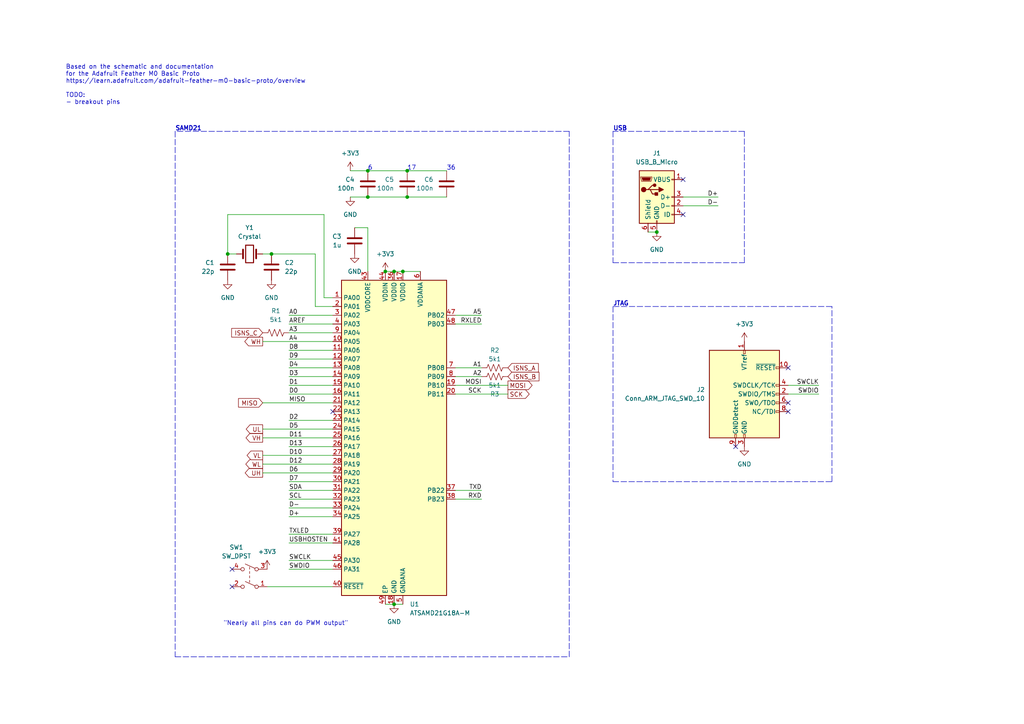
<source format=kicad_sch>
(kicad_sch (version 20211123) (generator eeschema)
  (paper "A4")
  (lib_symbols
    (symbol "Connector:Conn_ARM_JTAG_SWD_10" (pin_names (offset 1.016))
      (property "Reference" "J" (at -2.54 16.51 0))
      (property "Value" "Conn_ARM_JTAG_SWD_10" (at -2.54 13.97 0))
      (symbol "Conn_ARM_JTAG_SWD_10_0_1"
        (rectangle (start -10.16 12.7) (end 10.16 -12.7) (stroke (width 0.254)) (fill (type background)))
        (rectangle (start -2.794 -12.7) (end -2.286 -11.684))
        (rectangle (start -0.254 -12.7) (end 0.254 -11.684))
        (rectangle (start -0.254 12.7) (end 0.254 11.684))
        (rectangle (start 9.144 2.286) (end 10.16 2.794))
        (rectangle (start 10.16 -2.794) (end 9.144 -2.286))
        (rectangle (start 10.16 -0.254) (end 9.144 0.254))
        (rectangle (start 10.16 7.874) (end 9.144 7.366))
      )
      (symbol "Conn_ARM_JTAG_SWD_10_1_1"
        (rectangle (start 9.144 -5.334) (end 10.16 -4.826))
        (pin power_in line (at 0 15.24 270) (length 2.54) (name "VTref") (number "1"))
        (pin open_collector line (at 12.7 7.62 180) (length 2.54) (name "~{RESET}") (number "10"))
        (pin bidirectional line (at 12.7 0 180) (length 2.54) (name "SWDIO/TMS") (number "2"))
        (pin power_in line (at 0 -15.24 90) (length 2.54) (name "GND") (number "3"))
        (pin output line (at 12.7 2.54 180) (length 2.54) (name "SWDCLK/TCK") (number "4"))
        (pin passive line (at 0 -15.24 90) (length 2.54) hide (name "GND") (number "5"))
        (pin input line (at 12.7 -2.54 180) (length 2.54) (name "SWO/TDO") (number "6"))
        (pin no_connect line (at -10.16 0 0) (length 2.54) hide (name "KEY") (number "7"))
        (pin output line (at 12.7 -5.08 180) (length 2.54) (name "NC/TDI") (number "8"))
        (pin passive line (at -2.54 -15.24 90) (length 2.54) (name "GNDDetect") (number "9"))
      )
    )
    (symbol "Connector:USB_B_Micro" (pin_names (offset 1.016))
      (property "Reference" "J" (at -5.08 11.43 0))
      (property "Value" "USB_B_Micro" (at -5.08 8.89 0))
      (symbol "USB_B_Micro_0_1"
        (rectangle (start -5.08 -7.62) (end 5.08 7.62) (stroke (width 0.254)) (fill (type background)))
        (circle (center -3.81 2.159) (radius 0.635) (stroke (width 0.254)) (fill (type outline)))
        (circle (center -0.635 3.429) (radius 0.381) (stroke (width 0.254)) (fill (type outline)))
        (rectangle (start -0.127 -7.62) (end 0.127 -6.858))
        (polyline (pts (xy -1.905 2.159) (xy 0.635 2.159)) (stroke (width 0.254)))
        (polyline (pts (xy -3.175 2.159) (xy -2.54 2.159) (xy -1.27 3.429) (xy -0.635 3.429)) (stroke (width 0.254)))
        (polyline (pts (xy -2.54 2.159) (xy -1.905 2.159) (xy -1.27 0.889) (xy 0 0.889)) (stroke (width 0.254)))
        (polyline (pts (xy 0.635 2.794) (xy 0.635 1.524) (xy 1.905 2.159) (xy 0.635 2.794)) (stroke (width 0.254)) (fill (type outline)))
        (polyline (pts (xy -4.318 5.588) (xy -1.778 5.588) (xy -2.032 4.826) (xy -4.064 4.826) (xy -4.318 5.588)) (fill (type outline)))
        (polyline (pts (xy -4.699 5.842) (xy -4.699 5.588) (xy -4.445 4.826) (xy -4.445 4.572) (xy -1.651 4.572) (xy -1.651 4.826) (xy -1.397 5.588) (xy -1.397 5.842) (xy -4.699 5.842)))
        (rectangle (start 0.254 1.27) (end -0.508 0.508) (stroke (width 0.254)) (fill (type outline)))
        (rectangle (start 5.08 -5.207) (end 4.318 -4.953))
        (rectangle (start 5.08 -2.667) (end 4.318 -2.413))
        (rectangle (start 5.08 -0.127) (end 4.318 0.127))
        (rectangle (start 5.08 4.953) (end 4.318 5.207))
      )
      (symbol "USB_B_Micro_1_1"
        (pin power_out line (at 7.62 5.08 180) (length 2.54) (name "VBUS") (number "1"))
        (pin bidirectional line (at 7.62 -2.54 180) (length 2.54) (name "D-") (number "2"))
        (pin bidirectional line (at 7.62 0 180) (length 2.54) (name "D+") (number "3"))
        (pin passive line (at 7.62 -5.08 180) (length 2.54) (name "ID") (number "4"))
        (pin power_out line (at 0 -10.16 90) (length 2.54) (name "GND") (number "5"))
        (pin passive line (at -2.54 -10.16 90) (length 2.54) (name "Shield") (number "6"))
      )
    )
    (symbol "Device:C" (pin_numbers hide) (pin_names (offset 0.254))
      (property "Reference" "C" (at 0.635 2.54 0))
      (property "Value" "C" (at 0.635 -2.54 0))
      (symbol "C_0_1"
        (polyline (pts (xy -2.032 -0.762) (xy 2.032 -0.762)) (stroke (width 0.508)))
        (polyline (pts (xy -2.032 0.762) (xy 2.032 0.762)) (stroke (width 0.508)))
      )
      (symbol "C_1_1"
        (pin passive line (at 0 3.81 270) (length 2.794) (name "~") (number "1"))
        (pin passive line (at 0 -3.81 90) (length 2.794) (name "~") (number "2"))
      )
    )
    (symbol "Device:Crystal" (pin_numbers hide) (pin_names (offset 1.016) hide)
      (property "Reference" "Y" (at 0 3.81 0))
      (property "Value" "Crystal" (at 0 -3.81 0))
      (symbol "Crystal_0_1"
        (rectangle (start -1.143 2.54) (end 1.143 -2.54) (stroke (width 0.3048)))
        (polyline (pts (xy -2.54 0) (xy -1.905 0)))
        (polyline (pts (xy -1.905 -1.27) (xy -1.905 1.27)) (stroke (width 0.508)))
        (polyline (pts (xy 1.905 -1.27) (xy 1.905 1.27)) (stroke (width 0.508)))
        (polyline (pts (xy 2.54 0) (xy 1.905 0)))
      )
      (symbol "Crystal_1_1"
        (pin passive line (at -3.81 0 0) (length 1.27) (name "1") (number "1"))
        (pin passive line (at 3.81 0 180) (length 1.27) (name "2") (number "2"))
      )
    )
    (symbol "Device:R_US" (pin_numbers hide) (pin_names (offset 0))
      (property "Reference" "R" (at 2.54 0 90))
      (property "Value" "R_US" (at -2.54 0 90))
      (symbol "R_US_0_1"
        (polyline (pts (xy 0 -2.286) (xy 0 -2.54)))
        (polyline (pts (xy 0 2.286) (xy 0 2.54)))
        (polyline (pts (xy 0 -0.762) (xy 1.016 -1.143) (xy 0 -1.524) (xy -1.016 -1.905) (xy 0 -2.286)))
        (polyline (pts (xy 0 0.762) (xy 1.016 0.381) (xy 0 0) (xy -1.016 -0.381) (xy 0 -0.762)))
        (polyline (pts (xy 0 2.286) (xy 1.016 1.905) (xy 0 1.524) (xy -1.016 1.143) (xy 0 0.762)))
      )
      (symbol "R_US_1_1"
        (pin passive line (at 0 3.81 270) (length 1.27) (name "~") (number "1"))
        (pin passive line (at 0 -3.81 90) (length 1.27) (name "~") (number "2"))
      )
    )
    (symbol "MCU_Microchip_SAMD:ATSAMD21G18A-M"
      (property "Reference" "U" (at -13.97 46.99 0))
      (property "Value" "ATSAMD21G18A-M" (at 16.51 46.99 0))
      (symbol "ATSAMD21G18A-M_0_1"
        (rectangle (start -15.24 45.72) (end 15.24 -45.72) (stroke (width 0.254)) (fill (type background)))
      )
      (symbol "ATSAMD21G18A-M_1_1"
        (pin bidirectional line (at -17.78 40.64 0) (length 2.54) (name "PA00") (number "1"))
        (pin bidirectional line (at -17.78 27.94 0) (length 2.54) (name "PA05") (number "10"))
        (pin bidirectional line (at -17.78 25.4 0) (length 2.54) (name "PA06") (number "11"))
        (pin bidirectional line (at -17.78 22.86 0) (length 2.54) (name "PA07") (number "12"))
        (pin bidirectional line (at -17.78 20.32 0) (length 2.54) (name "PA08") (number "13"))
        (pin bidirectional line (at -17.78 17.78 0) (length 2.54) (name "PA09") (number "14"))
        (pin bidirectional line (at -17.78 15.24 0) (length 2.54) (name "PA10") (number "15"))
        (pin bidirectional line (at -17.78 12.7 0) (length 2.54) (name "PA11") (number "16"))
        (pin power_in line (at 2.54 48.26 270) (length 2.54) (name "VDDIO") (number "17"))
        (pin power_in line (at 0 -48.26 90) (length 2.54) (name "GND") (number "18"))
        (pin bidirectional line (at 17.78 15.24 180) (length 2.54) (name "PB10") (number "19"))
        (pin bidirectional line (at -17.78 38.1 0) (length 2.54) (name "PA01") (number "2"))
        (pin bidirectional line (at 17.78 12.7 180) (length 2.54) (name "PB11") (number "20"))
        (pin bidirectional line (at -17.78 10.16 0) (length 2.54) (name "PA12") (number "21"))
        (pin bidirectional line (at -17.78 7.62 0) (length 2.54) (name "PA13") (number "22"))
        (pin bidirectional line (at -17.78 5.08 0) (length 2.54) (name "PA14") (number "23"))
        (pin bidirectional line (at -17.78 2.54 0) (length 2.54) (name "PA15") (number "24"))
        (pin bidirectional line (at -17.78 0 0) (length 2.54) (name "PA16") (number "25"))
        (pin bidirectional line (at -17.78 -2.54 0) (length 2.54) (name "PA17") (number "26"))
        (pin bidirectional line (at -17.78 -5.08 0) (length 2.54) (name "PA18") (number "27"))
        (pin bidirectional line (at -17.78 -7.62 0) (length 2.54) (name "PA19") (number "28"))
        (pin bidirectional line (at -17.78 -10.16 0) (length 2.54) (name "PA20") (number "29"))
        (pin bidirectional line (at -17.78 35.56 0) (length 2.54) (name "PA02") (number "3"))
        (pin bidirectional line (at -17.78 -12.7 0) (length 2.54) (name "PA21") (number "30"))
        (pin bidirectional line (at -17.78 -15.24 0) (length 2.54) (name "PA22") (number "31"))
        (pin bidirectional line (at -17.78 -17.78 0) (length 2.54) (name "PA23") (number "32"))
        (pin bidirectional line (at -17.78 -20.32 0) (length 2.54) (name "PA24") (number "33"))
        (pin bidirectional line (at -17.78 -22.86 0) (length 2.54) (name "PA25") (number "34"))
        (pin passive line (at 0 -48.26 90) (length 2.54) hide (name "GND") (number "35"))
        (pin power_in line (at 0 48.26 270) (length 2.54) (name "VDDIO") (number "36"))
        (pin bidirectional line (at 17.78 -15.24 180) (length 2.54) (name "PB22") (number "37"))
        (pin bidirectional line (at 17.78 -17.78 180) (length 2.54) (name "PB23") (number "38"))
        (pin bidirectional line (at -17.78 -27.94 0) (length 2.54) (name "PA27") (number "39"))
        (pin bidirectional line (at -17.78 33.02 0) (length 2.54) (name "PA03") (number "4"))
        (pin input line (at -17.78 -43.18 0) (length 2.54) (name "~{RESET}") (number "40"))
        (pin bidirectional line (at -17.78 -30.48 0) (length 2.54) (name "PA28") (number "41"))
        (pin passive line (at 0 -48.26 90) (length 2.54) hide (name "GND") (number "42"))
        (pin power_out line (at -7.62 48.26 270) (length 2.54) (name "VDDCORE") (number "43"))
        (pin power_in line (at -2.54 48.26 270) (length 2.54) (name "VDDIN") (number "44"))
        (pin bidirectional line (at -17.78 -35.56 0) (length 2.54) (name "PA30") (number "45"))
        (pin bidirectional line (at -17.78 -38.1 0) (length 2.54) (name "PA31") (number "46"))
        (pin bidirectional line (at 17.78 35.56 180) (length 2.54) (name "PB02") (number "47"))
        (pin bidirectional line (at 17.78 33.02 180) (length 2.54) (name "PB03") (number "48"))
        (pin passive line (at -2.54 -48.26 90) (length 2.54) (name "EP") (number "49"))
        (pin power_in line (at 2.54 -48.26 90) (length 2.54) (name "GNDANA") (number "5"))
        (pin power_in line (at 7.62 48.26 270) (length 2.54) (name "VDDANA") (number "6"))
        (pin bidirectional line (at 17.78 20.32 180) (length 2.54) (name "PB08") (number "7"))
        (pin bidirectional line (at 17.78 17.78 180) (length 2.54) (name "PB09") (number "8"))
        (pin bidirectional line (at -17.78 30.48 0) (length 2.54) (name "PA04") (number "9"))
      )
    )
    (symbol "Switch:SW_DPST" (pin_names (offset 0) hide)
      (property "Reference" "SW" (at 0 5.08 0))
      (property "Value" "SW_DPST" (at 0 -5.08 0))
      (symbol "SW_DPST_0_0"
        (circle (center -2.032 -2.54) (radius 0.508))
        (circle (center -2.032 2.54) (radius 0.508))
        (polyline (pts (xy -1.524 -2.286) (xy 1.27 -1.016)))
        (polyline (pts (xy -1.524 2.794) (xy 1.27 4.064)))
        (polyline (pts (xy 0 -1.27) (xy 0 -0.635)))
        (polyline (pts (xy 0 0) (xy 0 0.635)))
        (polyline (pts (xy 0 1.27) (xy 0 1.905)))
        (polyline (pts (xy 0 2.54) (xy 0 3.175)))
        (circle (center 2.032 -2.54) (radius 0.508))
        (circle (center 2.032 2.54) (radius 0.508))
      )
      (symbol "SW_DPST_1_1"
        (pin passive line (at -5.08 -2.54 0) (length 2.54) (name "1") (number "1"))
        (pin passive line (at 5.08 -2.54 180) (length 2.54) (name "2") (number "2"))
        (pin passive line (at -5.08 2.54 0) (length 2.54) (name "3") (number "3"))
        (pin passive line (at 5.08 2.54 180) (length 2.54) (name "4") (number "4"))
      )
    )
    (symbol "power:+3V3" (power) (pin_names (offset 0))
      (property "Value" "+3V3" (at 0 3.556 0))
      (symbol "+3V3_0_1"
        (polyline (pts (xy -0.762 1.27) (xy 0 2.54)))
        (polyline (pts (xy 0 0) (xy 0 2.54)))
        (polyline (pts (xy 0 2.54) (xy 0.762 1.27)))
      )
      (symbol "+3V3_1_1"
        (pin power_in line (at 0 0 90) (length 0) hide (name "+3V3") (number "1"))
      )
    )
    (symbol "power:GND" (power) (pin_names (offset 0))
      (property "Value" "GND" (at 0 -3.81 0))
      (symbol "GND_0_1"
        (polyline (pts (xy 0 0) (xy 0 -1.27) (xy 1.27 -1.27) (xy 0 -2.54) (xy -1.27 -1.27) (xy 0 -1.27)))
      )
      (symbol "GND_1_1"
        (pin power_in line (at 0 0 270) (length 0) hide (name "GND") (number "1"))
      )
    )
  )
  (junction (at 118.11 49.53))
  (junction (at 114.3 78.74))
  (junction (at 114.3 175.26))
  (junction (at 106.68 49.53))
  (junction (at 106.68 57.15))
  (junction (at 66.04 73.66))
  (junction (at 190.5 67.31))
  (junction (at 78.74 73.66))
  (junction (at 118.11 57.15))
  (junction (at 111.76 78.74))
  (junction (at 116.84 78.74))
  (no_connect (at 198.12 52.07))
  (no_connect (at 96.52 119.38))
  (no_connect (at 198.12 62.23))
  (no_connect (at 213.36 129.54))
  (no_connect (at 67.31 165.1))
  (no_connect (at 67.31 170.18))
  (no_connect (at 228.6 106.68))
  (no_connect (at 228.6 119.38))
  (no_connect (at 228.6 116.84))
  (wire (pts (xy 118.11 49.53) (xy 129.54 49.53)))
  (wire (pts (xy 76.2 137.16) (xy 96.52 137.16)))
  (wire (pts (xy 132.08 93.98) (xy 139.7 93.98)))
  (wire (pts (xy 83.82 101.6) (xy 96.52 101.6)))
  (wire (pts (xy 106.68 57.15) (xy 118.11 57.15)))
  (wire (pts (xy 66.04 73.66) (xy 68.58 73.66)))
  (wire (pts (xy 101.6 57.15) (xy 106.68 57.15)))
  (wire (pts (xy 76.2 132.08) (xy 96.52 132.08)))
  (wire (pts (xy 132.08 111.76) (xy 147.32 111.76)))
  (wire (pts (xy 106.68 49.53) (xy 118.11 49.53)))
  (wire (pts (xy 118.11 57.15) (xy 129.54 57.15)))
  (wire (pts (xy 111.76 78.74) (xy 114.3 78.74)))
  (wire (pts (xy 132.08 144.78) (xy 139.7 144.78)))
  (wire (pts (xy 77.47 170.18) (xy 96.52 170.18)))
  (polyline (pts (xy 165.1 38.1) (xy 50.8 38.1)))
  (wire (pts (xy 139.7 106.68) (xy 132.08 106.68)))
  (wire (pts (xy 76.2 73.66) (xy 78.74 73.66)))
  (wire (pts (xy 83.82 106.68) (xy 96.52 106.68)))
  (wire (pts (xy 114.3 78.74) (xy 116.84 78.74)))
  (wire (pts (xy 208.28 57.15) (xy 198.12 57.15)))
  (wire (pts (xy 93.98 62.23) (xy 66.04 62.23)))
  (wire (pts (xy 76.2 99.06) (xy 96.52 99.06)))
  (wire (pts (xy 132.08 142.24) (xy 139.7 142.24)))
  (wire (pts (xy 83.82 139.7) (xy 96.52 139.7)))
  (wire (pts (xy 76.2 127) (xy 96.52 127)))
  (polyline (pts (xy 241.3 88.9) (xy 177.8 88.9)))
  (wire (pts (xy 83.82 104.14) (xy 96.52 104.14)))
  (wire (pts (xy 96.52 86.36) (xy 93.98 86.36)))
  (polyline (pts (xy 177.8 88.9) (xy 177.8 139.7)))
  (polyline (pts (xy 177.8 76.2) (xy 215.9 76.2)))
  (wire (pts (xy 83.82 154.94) (xy 96.52 154.94)))
  (wire (pts (xy 83.82 109.22) (xy 96.52 109.22)))
  (wire (pts (xy 76.2 124.46) (xy 96.52 124.46)))
  (wire (pts (xy 83.82 96.52) (xy 96.52 96.52)))
  (polyline (pts (xy 215.9 76.2) (xy 215.9 38.1)))
  (wire (pts (xy 139.7 109.22) (xy 132.08 109.22)))
  (wire (pts (xy 83.82 93.98) (xy 96.52 93.98)))
  (polyline (pts (xy 215.9 38.1) (xy 177.8 38.1)))
  (wire (pts (xy 116.84 78.74) (xy 121.92 78.74)))
  (wire (pts (xy 187.96 67.31) (xy 190.5 67.31)))
  (wire (pts (xy 66.04 62.23) (xy 66.04 73.66)))
  (wire (pts (xy 101.6 49.53) (xy 106.68 49.53)))
  (wire (pts (xy 114.3 175.26) (xy 116.84 175.26)))
  (wire (pts (xy 132.08 114.3) (xy 147.32 114.3)))
  (wire (pts (xy 93.98 86.36) (xy 93.98 62.23)))
  (wire (pts (xy 83.82 149.86) (xy 96.52 149.86)))
  (polyline (pts (xy 177.8 38.1) (xy 177.8 76.2)))
  (wire (pts (xy 83.82 91.44) (xy 96.52 91.44)))
  (wire (pts (xy 83.82 144.78) (xy 96.52 144.78)))
  (wire (pts (xy 96.52 88.9) (xy 91.44 88.9)))
  (polyline (pts (xy 50.8 38.1) (xy 50.8 190.5)))
  (wire (pts (xy 83.82 129.54) (xy 96.52 129.54)))
  (wire (pts (xy 83.82 165.1) (xy 96.52 165.1)))
  (wire (pts (xy 83.82 111.76) (xy 96.52 111.76)))
  (wire (pts (xy 83.82 114.3) (xy 96.52 114.3)))
  (wire (pts (xy 83.82 142.24) (xy 96.52 142.24)))
  (wire (pts (xy 76.2 134.62) (xy 96.52 134.62)))
  (wire (pts (xy 83.82 162.56) (xy 96.52 162.56)))
  (wire (pts (xy 228.6 114.3) (xy 237.49 114.3)))
  (polyline (pts (xy 165.1 190.5) (xy 165.1 38.1)))
  (wire (pts (xy 83.82 121.92) (xy 96.52 121.92)))
  (polyline (pts (xy 177.8 139.7) (xy 241.3 139.7)))
  (wire (pts (xy 208.28 59.69) (xy 198.12 59.69)))
  (wire (pts (xy 78.74 73.66) (xy 91.44 73.66)))
  (polyline (pts (xy 50.8 190.5) (xy 165.1 190.5)))
  (wire (pts (xy 83.82 147.32) (xy 96.52 147.32)))
  (wire (pts (xy 83.82 157.48) (xy 96.52 157.48)))
  (wire (pts (xy 76.2 116.84) (xy 96.52 116.84)))
  (wire (pts (xy 228.6 111.76) (xy 237.49 111.76)))
  (wire (pts (xy 132.08 91.44) (xy 139.7 91.44)))
  (wire (pts (xy 91.44 88.9) (xy 91.44 73.66)))
  (polyline (pts (xy 241.3 139.7) (xy 241.3 88.9)))
  (wire (pts (xy 111.76 175.26) (xy 114.3 175.26)))
  (wire (pts (xy 106.68 78.74) (xy 106.68 66.04)))
  (wire (pts (xy 106.68 66.04) (xy 102.87 66.04)))
  (text "17" (at 118.11 49.53 0) (effects (font (size 1.27 1.27)) (justify left bottom)))
  (text "USB" (at 177.8 38.1 0) (effects (font (size 1.27 1.27) bold) (justify left bottom)))
  (text "SAMD21" (at 50.8 38.1 0) (effects (font (size 1.27 1.27) (thickness 0.254) bold) (justify left bottom)))
  (text "Based on the schematic and documentation\nfor the Adafruit Feather M0 Basic Proto\nhttps://learn.adafruit.com/adafruit-feather-m0-basic-proto/overview\n\nTODO:\n- breakout pins" (at 19.05 30.48 0) (effects (font (size 1.27 1.27)) (justify left bottom)))
  (text "36" (at 129.54 49.53 0) (effects (font (size 1.27 1.27)) (justify left bottom)))
  (text "JTAG" (at 177.8 88.9 0) (effects (font (size 1.27 1.27) bold) (justify left bottom)))
  (text "6" (at 106.68 49.53 0) (effects (font (size 1.27 1.27)) (justify left bottom)))
  (text "\"Nearly all pins can do PWM output\"" (at 64.77 181.61 0) (effects (font (size 1.27 1.27)) (justify left bottom)))
  (label "USBHOSTEN" (at 83.82 157.48 0))
  (label "SWDIO" (at 83.82 165.1 0))
  (label "TXLED" (at 83.82 154.94 0))
  (label "A0" (at 83.82 91.44 0))
  (label "D5" (at 83.82 124.46 0))
  (label "TXD" (at 139.7 142.24 180))
  (label "D7" (at 83.82 139.7 0))
  (label "SWCLK" (at 237.49 111.76 180))
  (label "A4" (at 83.82 99.06 0))
  (label "D3" (at 83.82 109.22 0))
  (label "RXLED" (at 139.7 93.98 180))
  (label "SWDIO" (at 237.49 114.3 180))
  (label "SCL" (at 83.82 144.78 0))
  (label "MISO" (at 83.82 116.84 0))
  (label "A3" (at 83.82 96.52 0))
  (label "MOSI" (at 139.7 111.76 180))
  (label "A1" (at 139.7 106.68 180))
  (label "D8" (at 83.82 101.6 0))
  (label "AREF" (at 83.82 93.98 0))
  (label "A5" (at 139.7 91.44 180))
  (label "SCK" (at 139.7 114.3 180))
  (label "D12" (at 83.82 134.62 0))
  (label "RXD" (at 139.7 144.78 180))
  (label "D9" (at 83.82 104.14 0))
  (label "D-" (at 83.82 147.32 0))
  (label "D4" (at 83.82 106.68 0))
  (label "D1" (at 83.82 111.76 0))
  (label "D13" (at 83.82 129.54 0))
  (label "D6" (at 83.82 137.16 0))
  (label "D2" (at 83.82 121.92 0))
  (label "D11" (at 83.82 127 0))
  (label "D0" (at 83.82 114.3 0))
  (label "D+" (at 83.82 149.86 0))
  (label "SDA" (at 83.82 142.24 0))
  (label "A2" (at 139.7 109.22 180))
  (label "D10" (at 83.82 132.08 0))
  (label "D-" (at 208.28 59.69 180))
  (label "D+" (at 208.28 57.15 180))
  (label "SWCLK" (at 83.82 162.56 0))
  (global_label "VL" (shape output) (at 76.2 132.08 180) (property "Intersheet References" "${INTERSHEET_REFS}" (effects hide)))
  (global_label "WL" (shape output) (at 76.2 134.62 180) (property "Intersheet References" "${INTERSHEET_REFS}" (effects hide)))
  (global_label "UL" (shape output) (at 76.2 124.46 180) (property "Intersheet References" "${INTERSHEET_REFS}" (effects hide)))
  (global_label "VH" (shape output) (at 76.2 127 180) (property "Intersheet References" "${INTERSHEET_REFS}" (effects hide)))
  (global_label "MISO" (shape input) (at 76.2 116.84 180) (property "Intersheet References" "${INTERSHEET_REFS}" (effects hide)))
  (global_label "ISNS_C" (shape input) (at 76.2 96.52 180) (property "Intersheet References" "${INTERSHEET_REFS}" (effects hide)))
  (global_label "ISNS_A" (shape input) (at 147.32 106.68 0) (property "Intersheet References" "${INTERSHEET_REFS}" (effects hide)))
  (global_label "UH" (shape output) (at 76.2 137.16 180) (property "Intersheet References" "${INTERSHEET_REFS}" (effects hide)))
  (global_label "SCK" (shape output) (at 147.32 114.3 0) (property "Intersheet References" "${INTERSHEET_REFS}" (effects hide)))
  (global_label "MOSI" (shape output) (at 147.32 111.76 0) (property "Intersheet References" "${INTERSHEET_REFS}" (effects hide)))
  (global_label "ISNS_B" (shape input) (at 147.32 109.22 0) (property "Intersheet References" "${INTERSHEET_REFS}" (effects hide)))
  (global_label "WH" (shape output) (at 76.2 99.06 180) (property "Intersheet References" "${INTERSHEET_REFS}" (effects hide)))
  (symbol (lib_id "power:+3V3") (at 101.6 49.53 0) (unit 1)
    (property "Reference" "#PWR04" (effects hide))
    (property "Value" "+3V3" (at 101.6 44.45 0))
  )
  (symbol (lib_id "Switch:SW_DPST") (at 72.39 167.64 0) (mirror y) (unit 1)
    (property "Reference" "SW1" (at 68.58 158.75 0))
    (property "Value" "SW_DPST" (at 68.58 161.29 0))
    (property "Footprint" "EVQ-P2402M:EVQ-P2402M" (effects hide))
    (property "Mouser" "https://www.mouser.com/ProductDetail/Panasonic/EVQ-P2402M?qs=SxaZfIVsCL0Vzf2d76%252BKCA%3D%3D" (effects hide))
  )
  (symbol (lib_id "power:GND") (at 101.6 57.15 0) (unit 1)
    (property "Reference" "#PWR05" (effects hide))
    (property "Value" "GND" (at 101.6 62.23 0))
  )
  (symbol (lib_id "Device:Crystal") (at 72.39 73.66 0) (unit 1)
    (property "Reference" "Y1" (at 72.39 66.04 0))
    (property "Value" "Crystal" (at 72.39 68.58 0))
    (property "Footprint" "Crystal:Crystal_SMD_MicroCrystal_CC8V-T1A-2Pin_2.0x1.2mm" (effects hide))
    (property "Mouser" "https://www.mouser.com/ProductDetail/Micro-Crystal/CM8V-T1A-32.768kHz-9pF-20PPM-TA-QC?qs=7bTaA%2FLYtSYzb4vUPpiGww%3D%3D" (effects hide))
  )
  (symbol (lib_id "Device:C") (at 129.54 53.34 0) (mirror x) (unit 1)
    (property "Reference" "C6" (at 125.73 52.0699 0) (effects (justify right)))
    (property "Value" "100n" (at 125.73 54.6099 0) (effects (justify right)))
    (property "Footprint" "Capacitor_SMD:C_0805_2012Metric" (effects hide))
    (property "Mouser" "https://www.mouser.com/ProductDetail/Murata-Electronics/GCM21BR72A104KA37L?qs=sGAEpiMZZMvsSlwiRhF8qh1EJ90GfnwbFI4pHbW65Ww%3D" (effects hide))
  )
  (symbol (lib_id "Device:C") (at 66.04 77.47 0) (mirror x) (unit 1)
    (property "Reference" "C1" (at 62.23 76.1999 0) (effects (justify right)))
    (property "Value" "22p" (at 62.23 78.7399 0) (effects (justify right)))
    (property "Footprint" "Capacitor_SMD:C_0805_2012Metric" (effects hide))
    (property "Mouser" "https://www.mouser.com/ProductDetail/Murata-Electronics/GQM2195C2E220JB12D?qs=sGAEpiMZZMvsSlwiRhF8quNOp%2FOZzSgiLfRNsD%252BM3fk%3D" (effects hide))
  )
  (symbol (lib_id "Connector:Conn_ARM_JTAG_SWD_10") (at 215.9 114.3 0) (unit 1)
    (property "Reference" "J2" (at 204.47 113.0299 0) (effects (justify right)))
    (property "Value" "Conn_ARM_JTAG_SWD_10" (at 204.47 115.5699 0) (effects (justify right)))
    (property "Footprint" "Connector_PinHeader_1.27mm:PinHeader_2x05_P1.27mm_Vertical_SMD" (effects hide))
    (property "Datasheet" "http://infocenter.arm.com/help/topic/com.arm.doc.ddi0314h/DDI0314H_coresight_components_trm.pdf" (effects hide))
  )
  (symbol (lib_id "power:GND") (at 78.74 81.28 0) (unit 1)
    (property "Reference" "#PWR03" (effects hide))
    (property "Value" "GND" (at 78.74 86.36 0))
  )
  (symbol (lib_id "Device:C") (at 106.68 53.34 0) (mirror x) (unit 1)
    (property "Reference" "C4" (at 102.87 52.0699 0) (effects (justify right)))
    (property "Value" "100n" (at 102.87 54.6099 0) (effects (justify right)))
    (property "Footprint" "Capacitor_SMD:C_0805_2012Metric" (effects hide))
    (property "Mouser" "https://www.mouser.com/ProductDetail/Murata-Electronics/GCM21BR72A104KA37L?qs=sGAEpiMZZMvsSlwiRhF8qh1EJ90GfnwbFI4pHbW65Ww%3D" (effects hide))
  )
  (symbol (lib_id "power:GND") (at 102.87 73.66 0) (unit 1)
    (property "Reference" "#PWR06" (effects hide))
    (property "Value" "GND" (at 102.87 78.74 0))
  )
  (symbol (lib_id "Device:C") (at 102.87 69.85 0) (mirror x) (unit 1)
    (property "Reference" "C3" (at 99.06 68.5799 0) (effects (justify right)))
    (property "Value" "1u" (at 99.06 71.1199 0) (effects (justify right)))
    (property "Footprint" "Capacitor_SMD:C_0805_2012Metric" (effects hide))
    (property "Mouser" "https://www.mouser.com/ProductDetail/Murata-Electronics/GRM155C71A105KE11J?qs=QzBtWTOodeWI7bAkvOAVMA%3D%3D" (effects hide))
  )
  (symbol (lib_id "Device:R_US") (at 143.51 109.22 90) (unit 1)
    (property "Reference" "R3" (at 143.51 114.3 90))
    (property "Value" "5k1" (at 143.51 111.76 90))
    (property "Footprint" "Resistor_SMD:R_0805_2012Metric" (effects hide))
    (property "Mouser" "https://www.mouser.com/ProductDetail/Panasonic/ERJ-6ENF5101V?qs=sGAEpiMZZMvdGkrng054t8AJgcdMkx7xVxAUQLZTFHA%3D" (effects hide))
  )
  (symbol (lib_id "power:GND") (at 215.9 129.54 0) (unit 1)
    (property "Reference" "#PWR011" (effects hide))
    (property "Value" "GND" (at 215.9 134.62 0))
  )
  (symbol (lib_id "Connector:USB_B_Micro") (at 190.5 57.15 0) (unit 1)
    (property "Reference" "J1" (at 190.5 44.45 0))
    (property "Value" "USB_B_Micro" (at 190.5 46.99 0))
    (property "Footprint" "Connector_USB:USB_Micro-B_Molex_47346-0001" (effects hide))
  )
  (symbol (lib_id "power:GND") (at 66.04 81.28 0) (unit 1)
    (property "Reference" "#PWR01" (effects hide))
    (property "Value" "GND" (at 66.04 86.36 0))
  )
  (symbol (lib_id "power:+3V3") (at 111.76 78.74 0) (unit 1)
    (property "Reference" "#PWR07" (effects hide))
    (property "Value" "+3V3" (at 111.76 73.66 0))
  )
  (symbol (lib_id "power:GND") (at 114.3 175.26 0) (unit 1)
    (property "Reference" "#PWR08" (effects hide))
    (property "Value" "GND" (at 114.3 180.34 0))
  )
  (symbol (lib_id "Device:R_US") (at 80.01 96.52 90) (unit 1)
    (property "Reference" "R1" (at 80.01 90.17 90))
    (property "Value" "5k1" (at 80.01 92.71 90))
    (property "Footprint" "Resistor_SMD:R_0805_2012Metric" (effects hide))
    (property "Mouser" "https://www.mouser.com/ProductDetail/Panasonic/ERJ-6ENF5101V?qs=sGAEpiMZZMvdGkrng054t8AJgcdMkx7xVxAUQLZTFHA%3D" (effects hide))
  )
  (symbol (lib_id "power:GND") (at 190.5 67.31 0) (unit 1)
    (property "Reference" "#PWR09" (effects hide))
    (property "Value" "GND" (at 190.5 72.39 0))
  )
  (symbol (lib_id "Device:R_US") (at 143.51 106.68 90) (unit 1)
    (property "Reference" "R2" (at 143.51 101.6 90))
    (property "Value" "5k1" (at 143.51 104.14 90))
    (property "Footprint" "Resistor_SMD:R_0805_2012Metric" (effects hide))
    (property "Mouser" "https://www.mouser.com/ProductDetail/Panasonic/ERJ-6ENF5101V?qs=sGAEpiMZZMvdGkrng054t8AJgcdMkx7xVxAUQLZTFHA%3D" (effects hide))
  )
  (symbol (lib_id "Device:C") (at 78.74 77.47 0) (unit 1)
    (property "Reference" "C2" (at 82.55 76.1999 0) (effects (justify left)))
    (property "Value" "22p" (at 82.55 78.7399 0) (effects (justify left)))
    (property "Footprint" "Capacitor_SMD:C_0805_2012Metric" (effects hide))
    (property "Mouser" "https://www.mouser.com/ProductDetail/Murata-Electronics/GQM2195C2E220JB12D?qs=sGAEpiMZZMvsSlwiRhF8quNOp%2FOZzSgiLfRNsD%252BM3fk%3D" (effects hide))
  )
  (symbol (lib_id "Device:C") (at 118.11 53.34 0) (mirror x) (unit 1)
    (property "Reference" "C5" (at 114.3 52.0699 0) (effects (justify right)))
    (property "Value" "100n" (at 114.3 54.6099 0) (effects (justify right)))
    (property "Footprint" "Capacitor_SMD:C_0805_2012Metric" (effects hide))
    (property "Mouser" "https://www.mouser.com/ProductDetail/Murata-Electronics/GCM21BR72A104KA37L?qs=sGAEpiMZZMvsSlwiRhF8qh1EJ90GfnwbFI4pHbW65Ww%3D" (effects hide))
  )
  (symbol (lib_id "power:+3V3") (at 215.9 99.06 0) (unit 1)
    (property "Reference" "#PWR010" (effects hide))
    (property "Value" "+3V3" (at 215.9 93.98 0))
  )
  (symbol (lib_id "power:+3V3") (at 77.47 165.1 0) (unit 1)
    (property "Reference" "#PWR02" (effects hide))
    (property "Value" "+3V3" (at 77.47 160.02 0))
  )
  (symbol (lib_id "MCU_Microchip_SAMD:ATSAMD21G18A-M") (at 114.3 127 0) (unit 1)
    (property "Reference" "U1" (at 118.8594 175.26 0) (effects (justify left)))
    (property "Value" "ATSAMD21G18A-M" (at 118.8594 177.8 0) (effects (justify left)))
    (property "Footprint" "Package_DFN_QFN:QFN-48-1EP_7x7mm_P0.5mm_EP5.15x5.15mm" (effects hide))
    (property "Datasheet" "http://ww1.microchip.com/downloads/en/DeviceDoc/SAM_D21_DA1_Family_Data%20Sheet_DS40001882E.pdf" (effects hide))
  )
)
</source>
